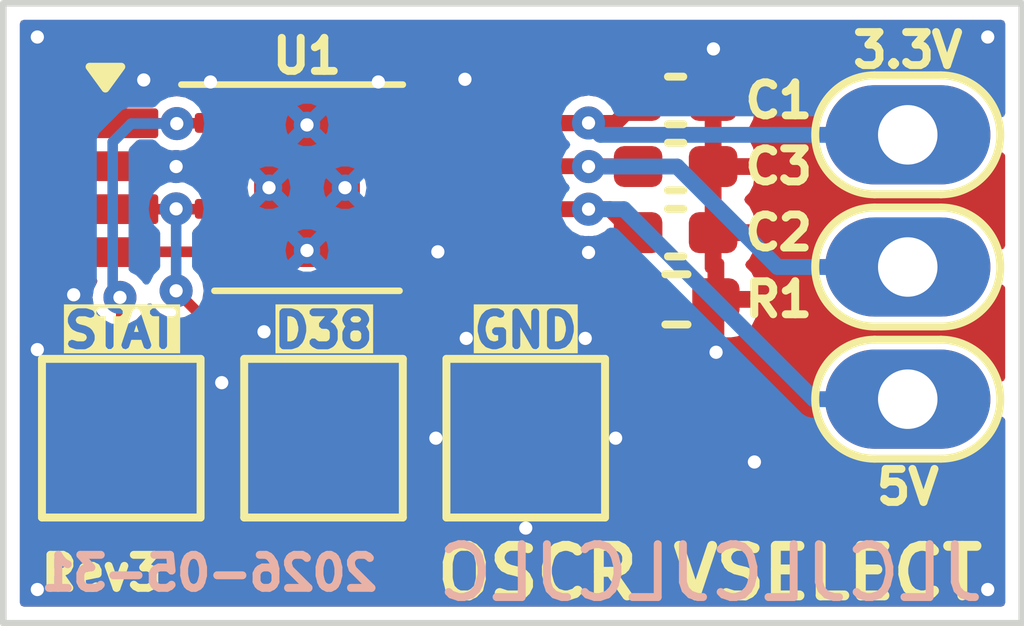
<source format=kicad_pcb>
(kicad_pcb (version 20240108) (generator "pcbnew") (generator_version "8.0")
  (title_block (title "OSCR Automatic Voltage Selection Module (VSELECT)") (date "2024-08-26") (rev "3"))
  (layers (0 "F.Cu" signal) (31 "B.Cu" signal) (34 "B.Paste" user) (35 "F.Paste" user) (36 "B.SilkS" user "B.Silkscreen") (37 "F.SilkS" user "F.Silkscreen") (38 "B.Mask" user) (39 "F.Mask" user) (44 "Edge.Cuts" user))
  (net 0 "")
  (net 1 "GND")
  (net 2 "+3.3V")
  (net 3 "+5V")
  (net 4 "VCC")
  (net 5 "VSELECT")
  (net 6 "VS_STAT")
  (net 7 "/ILIM")
  (footprint "TestPoint:TestPoint_Pad_2.0x2.0mm" (layer "F.Cu") (at 34.86 24.58)
    (property "Reference" "JP2" (hide yes))
    (property "Value" "GND" (hide yes))
    (fp_line (start -1.2 -1.2) (end 1.2 -1.2) (stroke (width 0.12)) (layer "F.SilkS"))
    (fp_line (start -1.2 1.2) (end -1.2 -1.2) (stroke (width 0.12)) (layer "F.SilkS"))
    (fp_line (start 1.2 -1.2) (end 1.2 1.2) (stroke (width 0.12)) (layer "F.SilkS"))
    (fp_line (start 1.2 1.2) (end -1.2 1.2) (stroke (width 0.12)) (layer "F.SilkS"))
    (pad "1" smd rect (at 0 0) (size 2 2) (layers "F.Cu" "F.Mask") (net 1 "GND"))
  )
  (footprint "Capacitor_SMD:C_0402_1005Metric_Pad0.74x0.62mm_HandSolder" (layer "F.Cu") (at 37.1275 19.47 180)
    (property "Reference" "C1" (at -0.9925 0 0) (layer "F.SilkS") (effects (font (size 0.5 0.5) (thickness 0.12) (bold yes)) (justify left)))
    (property "Value" "0.1u")
    (fp_line (start -0.115835 0.36) (end 0.115835 0.36) (stroke (width 0.12)) (layer "F.SilkS"))
    (fp_line (start -0.115835 -0.36) (end 0.115835 -0.36) (stroke (width 0.12)) (layer "F.SilkS"))
    (pad "1" smd roundrect (at -0.5675 0 180) (size 0.735 0.62) (layers "F.Cu" "F.Paste" "F.Mask") (net 1 "GND"))
    (pad "2" smd roundrect (at 0.5675 0 180) (size 0.735 0.62) (layers "F.Cu" "F.Paste" "F.Mask") (net 2 "+3.3V"))
  )
  (footprint "!OSCRMisc:IC - VSELECT - TPS2113" (layer "F.Cu") (at 31.55 20.79)
    (property "Reference" "U1" (at 0 -1.7 0) (layer "F.SilkS") (effects (font (size 0.5 0.5) (thickness 0.12)) (justify bottom)))
    (property "Value" "TPS211x" (hide yes))
    (fp_line (start -1.9 -1.559999) (end 1.45 -1.559999) (stroke (width 0.1)) (layer "F.SilkS"))
    (fp_line (start -1.4 1.56) (end 1.4 1.56) (stroke (width 0.1)) (layer "F.SilkS"))
    (fp_poly (pts (xy -3.049999 -1.5) (xy -3.289999 -1.83) (xy -2.809999 -1.83) (xy -3.049999 -1.5)) (stroke (width 0.12)) (fill solid) (layer "F.SilkS"))
    (pad "1" smd roundrect (at -3.049999 -0.974999 270) (size 0.45 1.6) (layers "F.Cu" "F.Mask") (roundrect_rratio 0.111111358) (net 6 "VS_STAT"))
    (pad "1" smd roundrect (at -1.3975 -0.98) (size 0.6 0.3) (layers "F.Cu" "F.Paste" "F.Mask") (roundrect_rratio 0.1666666667) (net 6 "VS_STAT"))
    (pad "2" smd roundrect (at -3.049999 -0.324998 270) (size 0.45 1.6) (layers "F.Cu" "F.Mask") (roundrect_rratio 0.111111358) (net 1 "GND"))
    (pad "2" smd roundrect (at -1.3975 -0.33) (size 0.6 0.3) (layers "F.Cu" "F.Paste" "F.Mask") (roundrect_rratio 0.1666666667) (net 1 "GND") (thermal_bridge_width 0.2) (thermal_gap 0.15))
    (pad "3" smd roundrect (at -3.049999 0.325001 270) (size 0.45 1.6) (layers "F.Cu" "F.Mask") (roundrect_rratio 0.111111358) (net 5 "VSELECT"))
    (pad "3" smd roundrect (at -1.3975 0.32) (size 0.6 0.3) (layers "F.Cu" "F.Paste" "F.Mask") (roundrect_rratio 0.1666666667) (net 5 "VSELECT"))
    (pad "4" smd roundrect (at -3.049999 0.975002 270) (size 0.45 1.6) (layers "F.Cu" "F.Mask") (roundrect_rratio 0.111111358) (net 7 "/ILIM"))
    (pad "4" smd roundrect (at -1.3975 0.97) (size 0.6 0.3) (layers "F.Cu" "F.Paste" "F.Mask") (roundrect_rratio 0.1666666667) (net 7 "/ILIM"))
    (pad "5" smd roundrect (at 1.4025 0.97) (size 0.6 0.3) (layers "F.Cu" "F.Paste" "F.Mask") (roundrect_rratio 0.1666666667) (net 1 "GND") (thermal_bridge_width 0.2) (thermal_gap 0.15))
    (pad "5" smd roundrect (at 3.050002 0.975002 270) (size 0.45 1.6) (layers "F.Cu" "F.Mask") (roundrect_rratio 0.111111358) (net 1 "GND"))
    (pad "6" smd roundrect (at 1.4025 0.32) (size 0.6 0.3) (layers "F.Cu" "F.Paste" "F.Mask") (roundrect_rratio 0.1666666667) (net 3 "+5V"))
    (pad "6" smd roundrect (at 3.050002 0.325001 270) (size 0.45 1.6) (layers "F.Cu" "F.Mask") (roundrect_rratio 0.111111358) (net 3 "+5V"))
    (pad "7" smd roundrect (at 1.4025 -0.33) (size 0.6 0.3) (layers "F.Cu" "F.Paste" "F.Mask") (roundrect_rratio 0.1666666667) (net 4 "VCC"))
    (pad "7" smd roundrect (at 3.050002 -0.324998 270) (size 0.45 1.6) (layers "F.Cu" "F.Mask") (roundrect_rratio 0.111111358) (net 4 "VCC"))
    (pad "8" smd roundrect (at 1.4025 -0.98) (size 0.6 0.3) (layers "F.Cu" "F.Paste" "F.Mask") (roundrect_rratio 0.1666666667) (net 2 "+3.3V"))
    (pad "8" smd roundrect (at 3.050002 -0.974999 270) (size 0.45 1.6) (layers "F.Cu" "F.Mask") (roundrect_rratio 0.111111358) (net 2 "+3.3V"))
    (pad "9" thru_hole circle (at -0.575 0) (size 0.4 0.4) (drill 0.2) (property pad_prop_heatsink) (layers "*.Cu" "*.Mask") (net 1 "GND") (thermal_bridge_width 0.2) (thermal_gap 0.12))
    (pad "9" thru_hole circle (at 0 -0.95) (size 0.4 0.4) (drill 0.2) (property pad_prop_heatsink) (layers "*.Cu" "*.Mask") (net 1 "GND") (thermal_bridge_width 0.2) (thermal_gap 0.12))
    (pad "9" smd roundrect (at 0 0) (size 1.6 2.4) (property pad_prop_heatsink) (layers "F.Cu" "F.Mask") (roundrect_rratio 0.03125) (net 1 "GND") (thermal_bridge_width 0.4) (thermal_gap 0.2))
    (pad "9" thru_hole circle (at 0 0.95) (size 0.4 0.4) (drill 0.2) (property pad_prop_heatsink) (layers "*.Cu" "*.Mask") (net 1 "GND") (thermal_bridge_width 0.2) (thermal_gap 0.12))
    (pad "9" thru_hole circle (at 0.575 0) (size 0.4 0.4) (drill 0.2) (property pad_prop_heatsink) (layers "*.Cu" "*.Mask") (net 1 "GND") (thermal_bridge_width 0.2) (thermal_gap 0.12))
  )
  (footprint "!OSCRMisc:Header - VSELECT - Switch Pad" (layer "F.Cu") (at 40.639997 19.989999 180)
    (property "Reference" "JP3" (hide yes))
    (property "Value" "3.3V" (at -0.000003 1.279999 0) (layer "F.SilkS") (effects (font (size 0.5 0.5) (thickness 0.12) (bold yes))))
    (fp_line (start -0.5 0.9) (end 0.5 0.9) (stroke (width 0.12)) (layer "F.SilkS"))
    (fp_line (start -0.5 -0.9) (end 0.5 -0.9) (stroke (width 0.12)) (layer "F.SilkS"))
    (fp_arc (start 0.5 -0.9) (mid 1.4 0) (end 0.5 0.9) (stroke (width 0.12)) (layer "F.SilkS"))
    (fp_arc (start -0.5 0.9) (mid -1.4 0) (end -0.5 -0.9) (stroke (width 0.12)) (layer "F.SilkS"))
    (pad "1" thru_hole oval (at 0 0 270) (size 1.5 2.5) (drill 0.9) (layers "*.Cu" "*.Mask") (net 2 "+3.3V"))
  )
  (footprint "!OSCRMisc:Header - VSELECT - Switch Pad" (layer "F.Cu") (at 40.639997 21.989999 180)
    (property "Reference" "JP5" (hide yes))
    (property "Value" "VCC" (hide yes))
    (fp_line (start -0.5 0.9) (end 0.5 0.9) (stroke (width 0.12)) (layer "F.SilkS"))
    (fp_line (start -0.5 -0.9) (end 0.5 -0.9) (stroke (width 0.12)) (layer "F.SilkS"))
    (fp_arc (start 0.5 -0.9) (mid 1.4 0) (end 0.5 0.9) (stroke (width 0.12)) (layer "F.SilkS"))
    (fp_arc (start -0.5 0.9) (mid -1.4 0) (end -0.5 -0.9) (stroke (width 0.12)) (layer "F.SilkS"))
    (pad "1" thru_hole oval (at 0 0 270) (size 1.5 2.5) (drill 0.9) (layers "*.Cu" "*.Mask") (net 4 "VCC"))
  )
  (footprint "Capacitor_SMD:C_0402_1005Metric_Pad0.74x0.62mm_HandSolder" (layer "F.Cu") (at 37.1275 21.47)
    (property "Reference" "C2" (at 0.9925 0 180) (layer "F.SilkS") (effects (font (size 0.5 0.5) (thickness 0.12) (bold yes)) (justify left)))
    (property "Value" "0.1u")
    (fp_line (start -0.115835 -0.36) (end 0.115835 -0.36) (stroke (width 0.12)) (layer "F.SilkS"))
    (fp_line (start -0.115835 0.36) (end 0.115835 0.36) (stroke (width 0.12)) (layer "F.SilkS"))
    (pad "1" smd roundrect (at -0.5675 0) (size 0.735 0.62) (layers "F.Cu" "F.Paste" "F.Mask") (net 3 "+5V"))
    (pad "2" smd roundrect (at 0.5675 0) (size 0.735 0.62) (layers "F.Cu" "F.Paste" "F.Mask") (net 1 "GND"))
  )
  (footprint "Capacitor_SMD:C_0402_1005Metric_Pad0.74x0.62mm_HandSolder" (layer "F.Cu") (at 37.1275 20.47)
    (property "Reference" "C3" (at 0.9925 0 180) (layer "F.SilkS") (effects (font (size 0.5 0.5) (thickness 0.12) (bold yes)) (justify left)))
    (property "Value" "10u")
    (fp_line (start -0.115835 -0.36) (end 0.115835 -0.36) (stroke (width 0.12)) (layer "F.SilkS"))
    (fp_line (start -0.115835 0.36) (end 0.115835 0.36) (stroke (width 0.12)) (layer "F.SilkS"))
    (pad "1" smd roundrect (at -0.5675 0) (size 0.735 0.62) (layers "F.Cu" "F.Paste" "F.Mask") (net 4 "VCC"))
    (pad "2" smd roundrect (at 0.5675 0) (size 0.735 0.62) (layers "F.Cu" "F.Paste" "F.Mask") (net 1 "GND"))
  )
  (footprint "Resistor_SMD:R_0402_1005Metric_Pad0.72x0.64mm_HandSolder" (layer "F.Cu") (at 37.14 22.48 180)
    (property "Reference" "R1" (at -0.98 0 0) (layer "F.SilkS") (effects (font (size 0.5 0.5) (thickness 0.12) (bold yes)) (justify left)))
    (property "Value" "560R")
    (fp_line (start -0.167621 0.38) (end 0.167621 0.38) (stroke (width 0.12)) (layer "F.SilkS"))
    (fp_line (start -0.167621 -0.38) (end 0.167621 -0.38) (stroke (width 0.12)) (layer "F.SilkS"))
    (pad "1" smd roundrect (at -0.5975 0 180) (size 0.715 0.64) (layers "F.Cu" "F.Paste" "F.Mask") (net 1 "GND"))
    (pad "2" smd roundrect (at 0.5975 0 180) (size 0.715 0.64) (layers "F.Cu" "F.Paste" "F.Mask") (net 7 "/ILIM"))
  )
  (footprint "TestPoint:TestPoint_Pad_2.0x2.0mm" (layer "F.Cu") (at 28.74 24.58)
    (property "Reference" "JP6" (hide yes))
    (property "Value" "VS_STAT" (hide yes))
    (fp_line (start -1.2 -1.2) (end 1.2 -1.2) (stroke (width 0.12)) (layer "F.SilkS"))
    (fp_line (start -1.2 1.2) (end -1.2 -1.2) (stroke (width 0.12)) (layer "F.SilkS"))
    (fp_line (start 1.2 -1.2) (end 1.2 1.2) (stroke (width 0.12)) (layer "F.SilkS"))
    (fp_line (start 1.2 1.2) (end -1.2 1.2) (stroke (width 0.12)) (layer "F.SilkS"))
    (pad "1" smd rect (at 0 0) (size 2 2) (layers "F.Cu" "F.Mask") (net 6 "VS_STAT"))
  )
  (footprint "TestPoint:TestPoint_Pad_2.0x2.0mm" (layer "F.Cu") (at 31.8 24.58)
    (property "Reference" "JP1" (hide yes))
    (property "Value" "VSELECT" (hide yes))
    (fp_line (start -1.2 -1.2) (end 1.2 -1.2) (stroke (width 0.12)) (layer "F.SilkS"))
    (fp_line (start -1.2 1.2) (end -1.2 -1.2) (stroke (width 0.12)) (layer "F.SilkS"))
    (fp_line (start 1.2 -1.2) (end 1.2 1.2) (stroke (width 0.12)) (layer "F.SilkS"))
    (fp_line (start 1.2 1.2) (end -1.2 1.2) (stroke (width 0.12)) (layer "F.SilkS"))
    (pad "1" smd rect (at 0 0) (size 2 2) (layers "F.Cu" "F.Mask") (net 5 "VSELECT"))
  )
  (footprint "!OSCRMisc:Header - VSELECT - Switch Pad" (layer "F.Cu") (at 40.639997 23.989999 180)
    (property "Reference" "JP4" (hide yes))
    (property "Value" "5V" (at -0.000003 -1.330001 0) (layer "F.SilkS") (effects (font (size 0.5 0.5) (thickness 0.12) (bold yes))))
    (fp_line (start -0.5 0.9) (end 0.5 0.9) (stroke (width 0.12)) (layer "F.SilkS"))
    (fp_line (start -0.5 -0.9) (end 0.5 -0.9) (stroke (width 0.12)) (layer "F.SilkS"))
    (fp_arc (start 0.5 -0.9) (mid 1.4 0) (end 0.5 0.9) (stroke (width 0.12)) (layer "F.SilkS"))
    (fp_arc (start -0.5 0.9) (mid -1.4 0) (end -0.5 -0.9) (stroke (width 0.12)) (layer "F.SilkS"))
    (pad "1" thru_hole oval (at 0 0 270) (size 1.5 2.5) (drill 0.9) (layers "*.Cu" "*.Mask") (net 3 "+5V"))
  )
  (gr_rect (start 26.955 18) (end 42.365 27.38) (stroke (width 0.1)) (fill none) (layer "Edge.Cuts"))
  (gr_text "JLCJLCJLCJLC" (at 41.85 26.62 0) (layer "B.SilkS") (effects (font (size 0.8 0.8) (thickness 0.12)) (justify left mirror)))
  (gr_text "${CURRENT_DATE}" (at 27.47 26.62 0) (layer "B.SilkS") (effects (font (size 0.5 0.5) (thickness 0.12) (bold yes)) (justify right mirror)))
  (gr_text "STAT" (at 28.73 22.95 0) (layer "F.SilkS" knockout) (effects (font (size 0.5 0.5) (thickness 0.12) (bold yes))))
  (gr_text "OSCR VSELECT" (at 41.85 26.62 0) (layer "F.SilkS") (effects (font (size 0.75 0.75)) (justify right)))
  (gr_text "D38" (at 31.8 22.95 0) (layer "F.SilkS" knockout) (effects (font (size 0.5 0.5) (thickness 0.12) (bold yes))))
  (gr_text "GND" (at 34.86 22.95 0) (layer "F.SilkS" knockout) (effects (font (size 0.5 0.5) (thickness 0.12) (bold yes))))
  (gr_text "Rev${REVISION}" (at 27.47 26.62 0) (layer "F.SilkS") (effects (font (size 0.5 0.5) (thickness 0.12) (bold yes)) (justify left)))
  (segment (start 31.57 21.76) (end 31.55 21.74) (width 0.24) (layer "F.Cu") (net 1))
  (segment (start 32.9525 21.76) (end 33.53 21.76) (width 0.24) (layer "F.Cu") (net 1))
  (segment (start 30.1525 20.46) (end 28.505003 20.46) (width 0.24) (layer "F.Cu") (net 1))
  (segment (start 33.88137 21.765002) (end 34.600002 21.765002) (width 0.24) (layer "F.Cu") (net 1))
  (segment (start 28.505003 20.46) (end 28.500001 20.465002) (width 0.24) (layer "F.Cu") (net 1))
  (segment (start 31.55 19.84) (end 31.55 18.86) (width 0.24) (layer "F.Cu") (net 1))
  (segment (start 32.9525 21.76) (end 31.57 21.76) (width 0.24) (layer "F.Cu") (net 1))
  (segment (start 34.600002 21.765002) (end 35.805002 21.765002) (width 0.24) (layer "F.Cu") (net 1))
  (segment (start 37.695 19.47) (end 37.695 21.47) (width 0.24) (layer "F.Cu") (net 1))
  (segment (start 35.805002 21.765002) (end 35.81 21.77) (width 0.24) (layer "F.Cu") (net 1))
  (segment (start 33.53 21.76) (end 34.595 21.76) (width 0.24) (layer "F.Cu") (net 1))
  (segment (start 34.595 21.76) (end 34.600002 21.765002) (width 0.24) (layer "F.Cu") (net 1))
  (via (at 34.86 25.94) (size 0.5) (drill 0.2) (layers "F.Cu" "B.Cu") (net 1))
  (via (at 41.85 26.87) (size 0.5) (drill 0.2) (layers "F.Cu" "B.Cu") (net 1))
  (via (at 27.47 26.87) (size 0.5) (drill 0.2) (layers "F.Cu" "B.Cu") (net 1))
  (via (at 30.26 23.74) (size 0.5) (drill 0.2) (layers "F.Cu" "B.Cu") (net 1))
  (via (at 38.32 24.94) (size 0.5) (drill 0.2) (layers "F.Cu" "B.Cu") (net 1))
  (via (at 30.09 19.19) (size 0.5) (drill 0.2) (layers "F.Cu" "B.Cu") (net 1))
  (via (at 41.85 18.51) (size 0.5) (drill 0.2) (layers "F.Cu" "B.Cu") (net 1))
  (via (at 33.53 21.76) (size 0.5) (drill 0.2) (layers "F.Cu" "B.Cu") (net 1))
  (via (at 32.63 19.19) (size 0.5) (drill 0.2) (layers "F.Cu" "B.Cu") (net 1))
  (via (at 27.47 18.51) (size 0.5) (drill 0.2) (layers "F.Cu" "B.Cu") (net 1))
  (via (at 35.81 21.77) (size 0.5) (drill 0.2) (layers "F.Cu" "B.Cu") (net 1))
  (via (at 30.9 22.97) (size 0.5) (drill 0.2) (layers "F.Cu" "B.Cu") (net 1))
  (via (at 27.47 23.24) (size 0.5) (drill 0.2) (layers "F.Cu" "B.Cu") (net 1))
  (via (at 33.5 24.58) (size 0.5) (drill 0.2) (layers "F.Cu" "B.Cu") (net 1))
  (via (at 36.22 24.58) (size 0.5) (drill 0.2) (layers "F.Cu" "B.Cu") (net 1))
  (via (at 37.7 18.69) (size 0.5) (drill 0.2) (layers "F.Cu" "B.Cu") (net 1))
  (via (at 33.96 23.07) (size 0.5) (drill 0.2) (layers "F.Cu" "B.Cu") (net 1))
  (via (at 29.08 19.16) (size 0.5) (drill 0.2) (layers "F.Cu" "B.Cu") (net 1))
  (via (at 35.76 23.07) (size 0.5) (drill 0.2) (layers "F.Cu" "B.Cu") (net 1))
  (via (at 33.94 19.15) (size 0.5) (drill 0.2) (layers "F.Cu" "B.Cu") (net 1))
  (via (at 29.57 20.47) (size 0.5) (drill 0.2) (layers "F.Cu" "B.Cu") (net 1))
  (via (at 37.74 23.28) (size 0.5) (drill 0.2) (layers "F.Cu" "B.Cu") (net 1))
  (via (at 28.02 22.41) (size 0.5) (drill 0.2) (layers "F.Cu" "B.Cu") (net 1))
  (segment (start 35.81 19.81) (end 32.9525 19.81) (width 0.24) (layer "F.Cu") (net 2))
  (segment (start 34.605003 19.81) (end 34.600002 19.815001) (width 0.24) (layer "F.Cu") (net 2))
  (segment (start 36.56 19.47) (end 36.22 19.81) (width 0.24) (layer "F.Cu") (net 2))
  (segment (start 35.804999 19.815001) (end 34.600002 19.815001) (width 0.24) (layer "F.Cu") (net 2))
  (segment (start 36.22 19.81) (end 35.81 19.81) (width 0.24) (layer "F.Cu") (net 2))
  (segment (start 35.81 19.81) (end 35.804999 19.815001) (width 0.24) (layer "F.Cu") (net 2))
  (via (at 35.81 19.81) (size 0.5) (drill 0.2) (layers "F.Cu" "B.Cu") (net 2))
  (segment (start 35.989999 19.989999) (end 40.639997 19.989999) (width 0.24) (layer "B.Cu") (net 2))
  (segment (start 35.81 19.81) (end 35.989999 19.989999) (width 0.24) (layer "B.Cu") (net 2))
  (segment (start 40.12 19.47) (end 40.64 19.99) (width 0.24) (layer "B.Cu") (net 2))
  (segment (start 32.9525 21.11) (end 34.595001 21.11) (width 0.24) (layer "F.Cu") (net 3))
  (segment (start 35.81 21.115001) (end 36.135001 21.115001) (width 0.24) (layer "F.Cu") (net 3))
  (segment (start 35.81 21.115001) (end 34.600002 21.115001) (width 0.24) (layer "F.Cu") (net 3))
  (segment (start 36.135001 21.115001) (end 36.49 21.47) (width 0.24) (layer "F.Cu") (net 3))
  (segment (start 36.49 21.47) (end 36.56 21.47) (width 0.24) (layer "F.Cu") (net 3))
  (segment (start 34.595001 21.11) (end 34.600002 21.115001) (width 0.24) (layer "F.Cu") (net 3))
  (via (at 35.81 21.115001) (size 0.5) (drill 0.2) (layers "F.Cu" "B.Cu") (net 3))
  (segment (start 35.81 21.115001) (end 36.345001 21.115001) (width 0.24) (layer "B.Cu") (net 3))
  (segment (start 36.345001 21.115001) (end 39.219999 23.989999) (width 0.24) (layer "B.Cu") (net 3))
  (segment (start 39.219999 23.989999) (end 40.639997 23.989999) (width 0.24) (layer "B.Cu") (net 3))
  (segment (start 34.600002 20.465002) (end 36.555002 20.465002) (width 0.24) (layer "F.Cu") (net 4))
  (segment (start 32.9525 20.46) (end 34.595 20.46) (width 0.24) (layer "F.Cu") (net 4))
  (segment (start 34.595 20.46) (end 34.600002 20.465002) (width 0.24) (layer "F.Cu") (net 4))
  (segment (start 36.555002 20.465002) (end 36.56 20.47) (width 0.24) (layer "F.Cu") (net 4))
  (via (at 35.81 20.47) (size 0.5) (drill 0.2) (layers "F.Cu" "B.Cu") (net 4))
  (segment (start 38.669999 21.989999) (end 40.639997 21.989999) (width 0.24) (layer "B.Cu") (net 4))
  (segment (start 37.15 20.47) (end 38.669999 21.989999) (width 0.24) (layer "B.Cu") (net 4))
  (segment (start 40.32 21.99) (end 40.64 21.99) (width 0.24) (layer "B.Cu") (net 4))
  (segment (start 35.81 20.47) (end 37.15 20.47) (width 0.24) (layer "B.Cu") (net 4))
  (segment (start 29.57 22.35) (end 31.8 24.58) (width 0.16) (layer "F.Cu") (net 5))
  (segment (start 30.147499 21.115001) (end 30.1525 21.11) (width 0.16) (layer "F.Cu") (net 5))
  (segment (start 28.500001 21.115001) (end 30.147499 21.115001) (width 0.16) (layer "F.Cu") (net 5))
  (via (at 29.57 21.11) (size 0.5) (drill 0.2) (layers "F.Cu" "B.Cu") (net 5))
  (via (at 29.57 22.35) (size 0.5) (drill 0.2) (layers "F.Cu" "B.Cu") (net 5))
  (segment (start 29.57 22.35) (end 29.57 21.11) (width 0.16) (layer "B.Cu") (net 5))
  (segment (start 30.147499 19.815001) (end 30.1525 19.81) (width 0.16) (layer "F.Cu") (net 6))
  (segment (start 28.74 24.58) (end 28.74 22.47) (width 0.16) (layer "F.Cu") (net 6))
  (segment (start 29.58 19.82) (end 29.584999 19.815001) (width 0.16) (layer "F.Cu") (net 6))
  (segment (start 28.500001 19.815001) (end 29.575001 19.815001) (width 0.16) (layer "F.Cu") (net 6))
  (segment (start 29.584999 19.815001) (end 30.147499 19.815001) (width 0.16) (layer "F.Cu") (net 6))
  (segment (start 28.74 22.47) (end 28.72 22.45) (width 0.16) (layer "F.Cu") (net 6))
  (segment (start 29.575001 19.815001) (end 29.58 19.82) (width 0.16) (layer "F.Cu") (net 6))
  (via (at 29.58 19.82) (size 0.5) (drill 0.2) (layers "F.Cu" "B.Cu") (net 6))
  (via (at 28.72 22.45) (size 0.5) (drill 0.2) (layers "F.Cu" "B.Cu") (net 6))
  (segment (start 29.65 19.82) (end 29.58 19.82) (width 0.16) (layer "B.Cu") (net 6))
  (segment (start 28.89 19.82) (end 29.58 19.82) (width 0.16) (layer "B.Cu") (net 6))
  (segment (start 28.61 22.34) (end 28.61 20.1) (width 0.16) (layer "B.Cu") (net 6))
  (segment (start 28.72 22.45) (end 28.61 22.34) (width 0.16) (layer "B.Cu") (net 6))
  (segment (start 28.61 20.1) (end 28.89 19.82) (width 0.16) (layer "B.Cu") (net 6))
  (segment (start 30.1525 21.76) (end 30.1525 22.1225) (width 0.16) (layer "F.Cu") (net 7))
  (segment (start 30.1525 21.76) (end 28.505003 21.76) (width 0.16) (layer "F.Cu") (net 7))
  (segment (start 30.1525 22.1225) (end 30.51 22.48) (width 0.16) (layer "F.Cu") (net 7))
  (segment (start 28.505003 21.76) (end 28.500001 21.765002) (width 0.25) (layer "F.Cu") (net 7))
  (segment (start 30.51 22.48) (end 36.5425 22.48) (width 0.16) (layer "F.Cu") (net 7))
  (zone (net 1) (net_name "GND") (layers "F&B.Cu") (name "GND") (connect_pads (clearance 0.16)) (min_thickness 0.12) (fill yes (thermal_gap 0.254) (thermal_bridge_width 0.254))
    (polygon (pts (xy 42.29 27.3) (xy 27.03 27.3) (xy 27.03 18.07) (xy 42.29 18.07)))
  )
)
</source>
